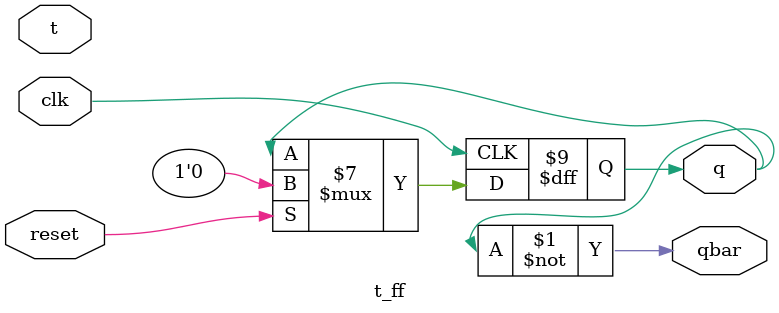
<source format=v>
module t_ff (t,clk,reset,q,qbar );

input t,reset,clk;
output reg q;
output qbar;

assign qbar=~q;

always @(posedge clk) begin 
    if(reset) 
    q<=0;
    else if (t)
    q<=~qbar;
end
    
endmodule
</source>
